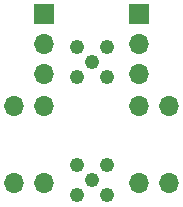
<source format=gbr>
%TF.GenerationSoftware,KiCad,Pcbnew,8.0.9-1.fc41*%
%TF.CreationDate,2025-03-19T11:34:26+02:00*%
%TF.ProjectId,FBK-3mm-Red,46424b2d-336d-46d2-9d52-65642e6b6963,rev?*%
%TF.SameCoordinates,Original*%
%TF.FileFunction,Soldermask,Bot*%
%TF.FilePolarity,Negative*%
%FSLAX46Y46*%
G04 Gerber Fmt 4.6, Leading zero omitted, Abs format (unit mm)*
G04 Created by KiCad (PCBNEW 8.0.9-1.fc41) date 2025-03-19 11:34:26*
%MOMM*%
%LPD*%
G01*
G04 APERTURE LIST*
%ADD10C,1.240000*%
%ADD11R,1.700000X1.700000*%
%ADD12O,1.700000X1.700000*%
G04 APERTURE END LIST*
D10*
%TO.C,J-PWR-2*%
X150000000Y-105000000D03*
X148730000Y-103730000D03*
X148730000Y-106270000D03*
X151270000Y-103730000D03*
X151270000Y-106270000D03*
%TD*%
D11*
%TO.C,J-SIG1*%
X154000000Y-91000000D03*
D12*
X154000000Y-93540000D03*
X154000000Y-96080000D03*
%TD*%
%TO.C,C1*%
X146000000Y-105270000D03*
X146000000Y-98730000D03*
%TD*%
%TO.C,R1*%
X143460000Y-98730000D03*
X143460000Y-105270000D03*
%TD*%
D11*
%TO.C,J-PWR1*%
X146000000Y-91000000D03*
D12*
X146000000Y-93540000D03*
X146000000Y-96080000D03*
%TD*%
%TO.C,R2*%
X154000000Y-105270000D03*
X154000000Y-98730000D03*
%TD*%
D10*
%TO.C,J-SIG-2*%
X150000000Y-95000000D03*
X148730000Y-93730000D03*
X148730000Y-96270000D03*
X151270000Y-93730000D03*
X151270000Y-96270000D03*
%TD*%
D12*
%TO.C,C2*%
X156540000Y-105270000D03*
X156540000Y-98730000D03*
%TD*%
M02*

</source>
